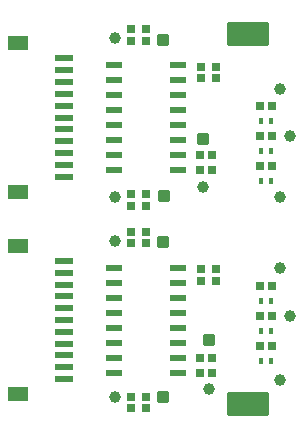
<source format=gtp>
G04*
G04 #@! TF.GenerationSoftware,Altium Limited,Altium Designer,22.0.2 (36)*
G04*
G04 Layer_Color=8421504*
%FSLAX25Y25*%
%MOIN*%
G70*
G04*
G04 #@! TF.SameCoordinates,8F1ED235-4021-42EF-82FE-ED0713BC9050*
G04*
G04*
G04 #@! TF.FilePolarity,Positive*
G04*
G01*
G75*
G04:AMPARAMS|DCode=14|XSize=39.37mil|YSize=39.37mil|CornerRadius=3.94mil|HoleSize=0mil|Usage=FLASHONLY|Rotation=90.000|XOffset=0mil|YOffset=0mil|HoleType=Round|Shape=RoundedRectangle|*
%AMROUNDEDRECTD14*
21,1,0.03937,0.03150,0,0,90.0*
21,1,0.03150,0.03937,0,0,90.0*
1,1,0.00787,0.01575,0.01575*
1,1,0.00787,0.01575,-0.01575*
1,1,0.00787,-0.01575,-0.01575*
1,1,0.00787,-0.01575,0.01575*
%
%ADD14ROUNDEDRECTD14*%
%ADD15C,0.03937*%
G04:AMPARAMS|DCode=16|XSize=141.73mil|YSize=78.74mil|CornerRadius=5.91mil|HoleSize=0mil|Usage=FLASHONLY|Rotation=0.000|XOffset=0mil|YOffset=0mil|HoleType=Round|Shape=RoundedRectangle|*
%AMROUNDEDRECTD16*
21,1,0.14173,0.06693,0,0,0.0*
21,1,0.12992,0.07874,0,0,0.0*
1,1,0.01181,0.06496,-0.03347*
1,1,0.01181,-0.06496,-0.03347*
1,1,0.01181,-0.06496,0.03347*
1,1,0.01181,0.06496,0.03347*
%
%ADD16ROUNDEDRECTD16*%
%ADD17R,0.05728X0.02197*%
G04:AMPARAMS|DCode=18|XSize=13.78mil|YSize=17.72mil|CornerRadius=1.03mil|HoleSize=0mil|Usage=FLASHONLY|Rotation=180.000|XOffset=0mil|YOffset=0mil|HoleType=Round|Shape=RoundedRectangle|*
%AMROUNDEDRECTD18*
21,1,0.01378,0.01565,0,0,180.0*
21,1,0.01171,0.01772,0,0,180.0*
1,1,0.00207,-0.00586,0.00783*
1,1,0.00207,0.00586,0.00783*
1,1,0.00207,0.00586,-0.00783*
1,1,0.00207,-0.00586,-0.00783*
%
%ADD18ROUNDEDRECTD18*%
G04:AMPARAMS|DCode=19|XSize=23.62mil|YSize=27.56mil|CornerRadius=1.77mil|HoleSize=0mil|Usage=FLASHONLY|Rotation=0.000|XOffset=0mil|YOffset=0mil|HoleType=Round|Shape=RoundedRectangle|*
%AMROUNDEDRECTD19*
21,1,0.02362,0.02402,0,0,0.0*
21,1,0.02008,0.02756,0,0,0.0*
1,1,0.00354,0.01004,-0.01201*
1,1,0.00354,-0.01004,-0.01201*
1,1,0.00354,-0.01004,0.01201*
1,1,0.00354,0.01004,0.01201*
%
%ADD19ROUNDEDRECTD19*%
G04:AMPARAMS|DCode=20|XSize=23.62mil|YSize=27.56mil|CornerRadius=1.77mil|HoleSize=0mil|Usage=FLASHONLY|Rotation=90.000|XOffset=0mil|YOffset=0mil|HoleType=Round|Shape=RoundedRectangle|*
%AMROUNDEDRECTD20*
21,1,0.02362,0.02402,0,0,90.0*
21,1,0.02008,0.02756,0,0,90.0*
1,1,0.00354,0.01201,0.01004*
1,1,0.00354,0.01201,-0.01004*
1,1,0.00354,-0.01201,-0.01004*
1,1,0.00354,-0.01201,0.01004*
%
%ADD20ROUNDEDRECTD20*%
%ADD21R,0.05906X0.02362*%
%ADD22R,0.07087X0.04724*%
D14*
X58016Y61016D02*
D03*
X58000Y9500D02*
D03*
X73500Y28500D02*
D03*
X58500Y76500D02*
D03*
X71500Y95500D02*
D03*
X58000Y128500D02*
D03*
D15*
X42000Y61500D02*
D03*
Y9500D02*
D03*
X73500Y12000D02*
D03*
X42000Y76000D02*
D03*
X71343Y79453D02*
D03*
X42000Y129000D02*
D03*
X97000Y52500D02*
D03*
X100500Y36500D02*
D03*
X97000Y15000D02*
D03*
X100500Y96500D02*
D03*
X97000Y76000D02*
D03*
Y112000D02*
D03*
D16*
X86500Y7000D02*
D03*
Y130500D02*
D03*
D17*
X63214Y52500D02*
D03*
Y47500D02*
D03*
Y42500D02*
D03*
Y37500D02*
D03*
Y32500D02*
D03*
Y27500D02*
D03*
Y22500D02*
D03*
Y17500D02*
D03*
X41786D02*
D03*
Y22500D02*
D03*
Y27500D02*
D03*
Y32500D02*
D03*
Y37500D02*
D03*
Y42500D02*
D03*
Y47500D02*
D03*
Y52500D02*
D03*
X63214Y120000D02*
D03*
Y115000D02*
D03*
Y110000D02*
D03*
Y105000D02*
D03*
Y100000D02*
D03*
Y95000D02*
D03*
Y90000D02*
D03*
Y85000D02*
D03*
X41786D02*
D03*
Y90000D02*
D03*
Y95000D02*
D03*
Y100000D02*
D03*
Y105000D02*
D03*
Y110000D02*
D03*
Y115000D02*
D03*
Y120000D02*
D03*
D18*
X90778Y81250D02*
D03*
X94222D02*
D03*
X90778Y91250D02*
D03*
X94222D02*
D03*
X90778Y101250D02*
D03*
X94222D02*
D03*
X90778Y31250D02*
D03*
X94222D02*
D03*
X90778Y41250D02*
D03*
X94222D02*
D03*
X90778Y21250D02*
D03*
X94222D02*
D03*
D19*
X94468Y86250D02*
D03*
X90531D02*
D03*
X94468Y96250D02*
D03*
X90531D02*
D03*
X94468Y106250D02*
D03*
X90531D02*
D03*
X94468Y46250D02*
D03*
X90531D02*
D03*
X94468Y36250D02*
D03*
X90531D02*
D03*
X94468Y26250D02*
D03*
X90531D02*
D03*
X70555Y22500D02*
D03*
X74492D02*
D03*
Y17500D02*
D03*
X70555D02*
D03*
Y90000D02*
D03*
X74492D02*
D03*
Y85000D02*
D03*
X70555D02*
D03*
D20*
X75752Y48031D02*
D03*
Y51968D02*
D03*
X70752Y48031D02*
D03*
Y51968D02*
D03*
Y115532D02*
D03*
Y119468D02*
D03*
X75752Y115532D02*
D03*
Y119468D02*
D03*
X47500Y5531D02*
D03*
Y9469D02*
D03*
X52500D02*
D03*
Y5531D02*
D03*
X47500Y64468D02*
D03*
Y60532D02*
D03*
X52500Y64468D02*
D03*
Y60532D02*
D03*
Y131968D02*
D03*
Y128032D02*
D03*
X47500Y131968D02*
D03*
Y128032D02*
D03*
X52500Y76968D02*
D03*
Y73032D02*
D03*
X47500D02*
D03*
Y76968D02*
D03*
D21*
X25039Y54685D02*
D03*
Y50748D02*
D03*
Y46811D02*
D03*
Y42874D02*
D03*
Y38937D02*
D03*
Y35000D02*
D03*
Y31063D02*
D03*
Y27126D02*
D03*
Y23189D02*
D03*
Y19252D02*
D03*
Y15315D02*
D03*
Y122185D02*
D03*
Y118248D02*
D03*
Y114311D02*
D03*
Y110374D02*
D03*
Y106437D02*
D03*
Y102500D02*
D03*
Y98563D02*
D03*
Y94626D02*
D03*
Y90689D02*
D03*
Y86752D02*
D03*
Y82815D02*
D03*
D22*
X9685Y59803D02*
D03*
Y10197D02*
D03*
Y127303D02*
D03*
Y77697D02*
D03*
M02*

</source>
